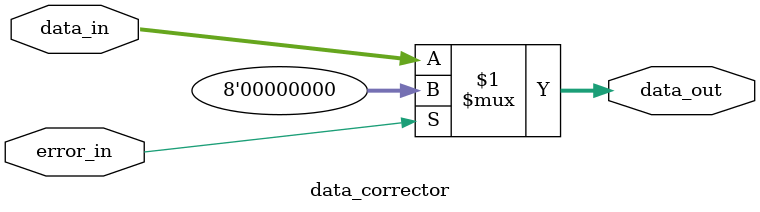
<source format=sv>
module parity_corrector (
    input  wire        clk,
    input  wire        rst_n,
    input  wire [7:0]  data_in,
    output wire [7:0]  data_out,
    output wire        error
);

    // Pipeline Stage 1: Input Register
    wire [7:0] data_stage1;
    input_register u_input_register (
        .clk       (clk),
        .rst_n     (rst_n),
        .data_in   (data_in),
        .data_out  (data_stage1)
    );

    // Pipeline Stage 2: Parity Calculation
    wire        parity_stage2;
    parity_calculator u_parity_calculator (
        .data_in   (data_stage1),
        .parity_out(parity_stage2)
    );

    // Pipeline Stage 2 -> 3: Parity and Data Register
    wire        parity_stage3;
    wire [7:0]  data_stage3;
    parity_data_register u_parity_data_register (
        .clk           (clk),
        .rst_n         (rst_n),
        .parity_in     (parity_stage2),
        .data_in       (data_stage1),
        .parity_out    (parity_stage3),
        .data_out      (data_stage3)
    );

    // Pipeline Stage 3: Error Signal Generation
    wire        error_stage4;
    error_signal u_error_signal (
        .parity_in (parity_stage3),
        .error_out (error_stage4)
    );

    // Pipeline Stage 3 -> 4: Error and Data Register
    wire        error_stage4_reg;
    wire [7:0]  data_stage4;
    error_data_register u_error_data_register (
        .clk           (clk),
        .rst_n         (rst_n),
        .error_in      (error_stage4),
        .data_in       (data_stage3),
        .error_out     (error_stage4_reg),
        .data_out      (data_stage4)
    );

    // Pipeline Stage 4: Data Correction
    data_corrector u_data_corrector (
        .data_in (data_stage4),
        .error_in(error_stage4_reg),
        .data_out(data_out)
    );

    // Output Error Signal: Registered for timing consistency
    assign error = error_stage4_reg;

endmodule

//------------------------------------------------------------------------------
// Submodule: Input Register
// Purpose: Registers the input data at the first pipeline stage
//------------------------------------------------------------------------------
module input_register (
    input  wire        clk,
    input  wire        rst_n,
    input  wire [7:0]  data_in,
    output reg  [7:0]  data_out
);
    always @(posedge clk or negedge rst_n) begin
        if (!rst_n)
            data_out <= 8'b0;
        else
            data_out <= data_in;
    end
endmodule

//------------------------------------------------------------------------------
// Submodule: Parity Calculator
// Purpose: Calculates the parity bit (XOR of all bits in data_in)
//------------------------------------------------------------------------------
module parity_calculator (
    input  wire [7:0] data_in,
    output wire       parity_out
);
    assign parity_out = ^data_in;
endmodule

//------------------------------------------------------------------------------
// Submodule: Parity and Data Register
// Purpose: Registers the calculated parity and data for the next pipeline stage
//------------------------------------------------------------------------------
module parity_data_register (
    input  wire        clk,
    input  wire        rst_n,
    input  wire        parity_in,
    input  wire [7:0]  data_in,
    output reg         parity_out,
    output reg  [7:0]  data_out
);
    always @(posedge clk or negedge rst_n) begin
        if (!rst_n) begin
            parity_out <= 1'b0;
            data_out   <= 8'b0;
        end else begin
            parity_out <= parity_in;
            data_out   <= data_in;
        end
    end
endmodule

//------------------------------------------------------------------------------
// Submodule: Error Signal Generator
// Purpose: Passes the parity bit as the error indicator
//------------------------------------------------------------------------------
module error_signal (
    input  wire parity_in,
    output wire error_out
);
    assign error_out = parity_in;
endmodule

//------------------------------------------------------------------------------
// Submodule: Error and Data Register
// Purpose: Registers the error signal and data for the final pipeline stage
//------------------------------------------------------------------------------
module error_data_register (
    input  wire        clk,
    input  wire        rst_n,
    input  wire        error_in,
    input  wire [7:0]  data_in,
    output reg         error_out,
    output reg  [7:0]  data_out
);
    always @(posedge clk or negedge rst_n) begin
        if (!rst_n) begin
            error_out <= 1'b0;
            data_out  <= 8'b0;
        end else begin
            error_out <= error_in;
            data_out  <= data_in;
        end
    end
endmodule

//------------------------------------------------------------------------------
// Submodule: Data Corrector
// Purpose: Outputs original data if no error, else outputs all zeros
//------------------------------------------------------------------------------
module data_corrector (
    input  wire [7:0] data_in,
    input  wire       error_in,
    output wire [7:0] data_out
);
    assign data_out = error_in ? 8'h00 : data_in;
endmodule
</source>
